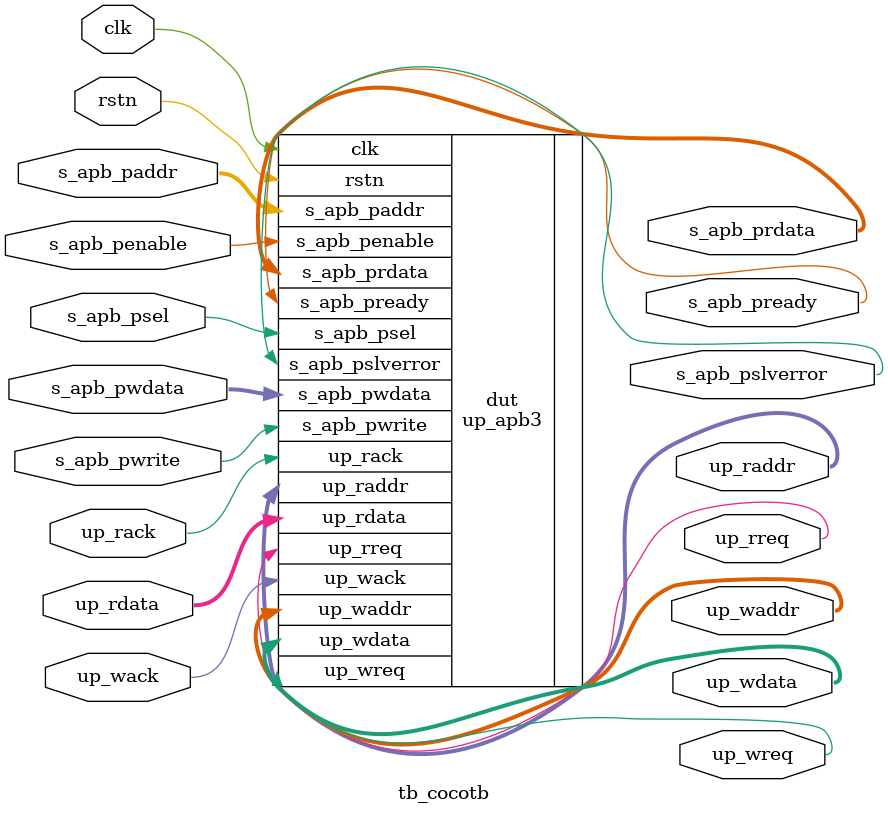
<source format=v>

`timescale 1ns/100ps

/*
 * Module: tb_cocotb
 *
 * APB3 slave to uP interface DUT
 *
 * Parameters:
 *
 *   ADDRESS_WIDTH   - Width of the APB3 address port in bits.
 *   BUS_WIDTH       - Width of the APB3 bus data port in bytes.
 *
 * Ports:
 *
 *   clk              - Clock
 *   rstn             - negative reset
 *   s_apb_paddr      - APB3 address bus, up to 32 bits wide.
 *   s_apb_psel       - APB3 select per slave (1 for this core).
 *   s_apb_penable    - APB3 enable device for multiple transfers after first.
 *   s_apb_pready     - APB3 ready is a output from the slave to indicate its able to process the request.
 *   s_apb_pwrite     - APB3 Direction signal, active high is a write access. Active low is a read access.
 *   s_apb_pwdata     - APB3 write data port.
 *   s_apb_prdata     - APB3 read data port.
 *   s_apb_pslverror  - APB3 error indicates transfer failure, not implimented.
 *   up_rreq          - uP bus read request
 *   up_rack          - uP bus read ack
 *   up_raddr         - uP bus read address
 *   up_rdata         - uP bus read data
 *   up_wreq          - uP bus write request
 *   up_wack          - uP bus write ack
 *   up_waddr         - uP bus write address
 *   up_wdata         - uP bus write data
 */
module tb_cocotb #(
    parameter ADDRESS_WIDTH = 16,
    parameter BUS_WIDTH     = 4
  )
  (
    input                                           clk,
    input                                           rstn,
    input  [ADDRESS_WIDTH-1:0]                      s_apb_paddr,
    input  [0:0]                                    s_apb_psel,
    input                                           s_apb_penable,
    output                                          s_apb_pready,
    input                                           s_apb_pwrite,
    input  [BUS_WIDTH*8-1:0]                        s_apb_pwdata,
    output [BUS_WIDTH*8-1:0]                        s_apb_prdata,
    output                                          s_apb_pslverror,
    output                                          up_rreq,
    input                                           up_rack,
    output  [ADDRESS_WIDTH-(BUS_WIDTH/2)-1:0]       up_raddr,
    input   [BUS_WIDTH*8-1:0]                       up_rdata,
    output                                          up_wreq,
    input                                           up_wack,
    output  [ADDRESS_WIDTH-(BUS_WIDTH/2)-1:0]       up_waddr,
    output  [BUS_WIDTH*8-1:0]                       up_wdata
  );
  // fst dump command
  initial begin
    $dumpfile ("tb_cocotb.fst");
    $dumpvars (0, tb_cocotb);
    #1;
  end
  
  //Group: Instantiated Modules

  /*
   * Module: dut
   *
   * Device under test, up_apb3
   */
  up_apb3 #(
    .ADDRESS_WIDTH(ADDRESS_WIDTH),
    .BUS_WIDTH(BUS_WIDTH)
  ) dut (
    .clk(clk),
    .rstn(rstn),
    .s_apb_paddr(s_apb_paddr),
    .s_apb_psel(s_apb_psel),
    .s_apb_penable(s_apb_penable),
    .s_apb_pready(s_apb_pready),
    .s_apb_pwrite(s_apb_pwrite),
    .s_apb_pwdata(s_apb_pwdata),
    .s_apb_prdata(s_apb_prdata),
    .s_apb_pslverror(s_apb_pslverror),
    .up_rreq(up_rreq),
    .up_rack(up_rack),
    .up_raddr(up_raddr),
    .up_rdata(up_rdata),
    .up_wreq(up_wreq),
    .up_wack(up_wack),
    .up_waddr(up_waddr),
    .up_wdata(up_wdata)
  );
  
endmodule


</source>
